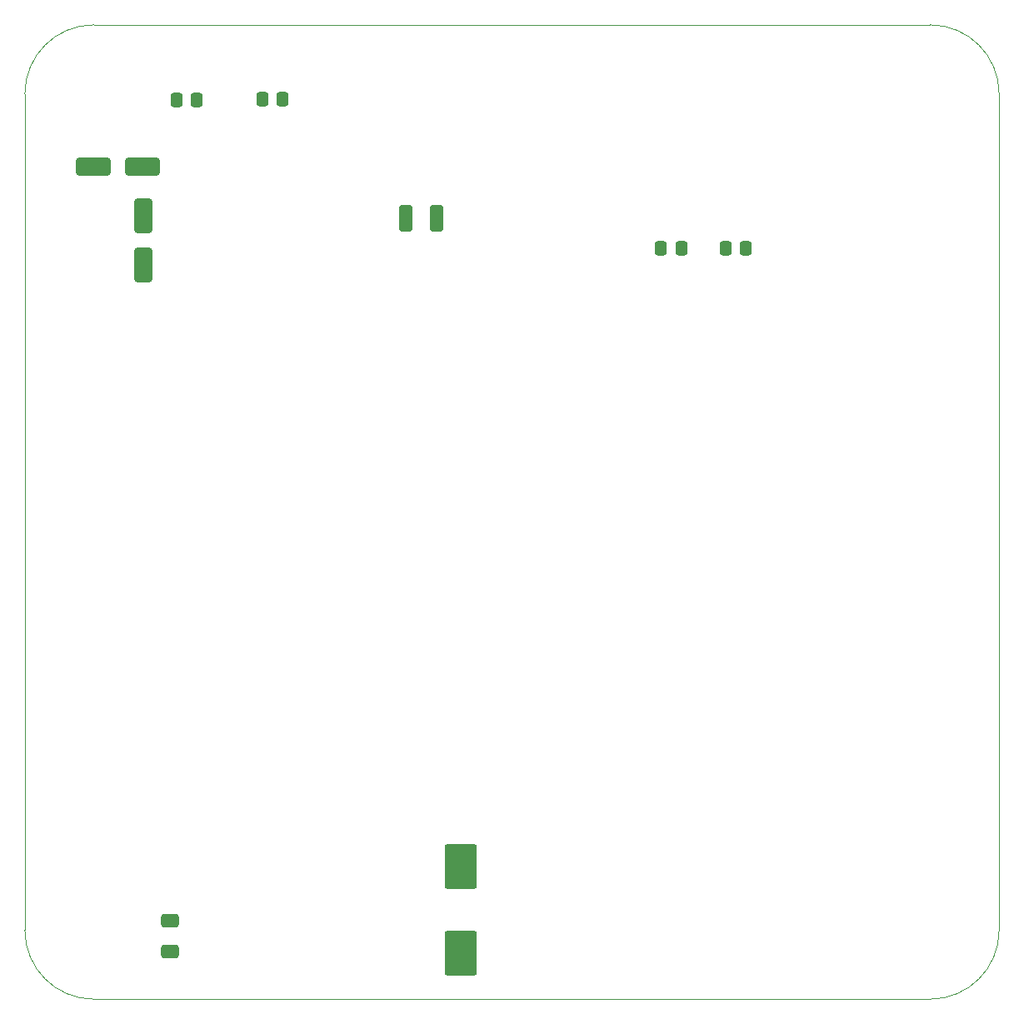
<source format=gbp>
G04 #@! TF.GenerationSoftware,KiCad,Pcbnew,7.0.7+dfsg-1*
G04 #@! TF.CreationDate,2024-09-08T18:38:53+02:00*
G04 #@! TF.ProjectId,evo-cube-pulseboard,65766f2d-6375-4626-952d-70756c736562,rev?*
G04 #@! TF.SameCoordinates,Original*
G04 #@! TF.FileFunction,Paste,Bot*
G04 #@! TF.FilePolarity,Positive*
%FSLAX46Y46*%
G04 Gerber Fmt 4.6, Leading zero omitted, Abs format (unit mm)*
G04 Created by KiCad (PCBNEW 7.0.7+dfsg-1) date 2024-09-08 18:38:53*
%MOMM*%
%LPD*%
G01*
G04 APERTURE LIST*
G04 Aperture macros list*
%AMRoundRect*
0 Rectangle with rounded corners*
0 $1 Rounding radius*
0 $2 $3 $4 $5 $6 $7 $8 $9 X,Y pos of 4 corners*
0 Add a 4 corners polygon primitive as box body*
4,1,4,$2,$3,$4,$5,$6,$7,$8,$9,$2,$3,0*
0 Add four circle primitives for the rounded corners*
1,1,$1+$1,$2,$3*
1,1,$1+$1,$4,$5*
1,1,$1+$1,$6,$7*
1,1,$1+$1,$8,$9*
0 Add four rect primitives between the rounded corners*
20,1,$1+$1,$2,$3,$4,$5,0*
20,1,$1+$1,$4,$5,$6,$7,0*
20,1,$1+$1,$6,$7,$8,$9,0*
20,1,$1+$1,$8,$9,$2,$3,0*%
G04 Aperture macros list end*
%ADD10RoundRect,0.250000X1.400000X2.000000X-1.400000X2.000000X-1.400000X-2.000000X1.400000X-2.000000X0*%
%ADD11RoundRect,0.250000X0.337500X0.475000X-0.337500X0.475000X-0.337500X-0.475000X0.337500X-0.475000X0*%
%ADD12RoundRect,0.250000X-0.412500X-1.100000X0.412500X-1.100000X0.412500X1.100000X-0.412500X1.100000X0*%
%ADD13RoundRect,0.250000X-0.650000X0.412500X-0.650000X-0.412500X0.650000X-0.412500X0.650000X0.412500X0*%
%ADD14RoundRect,0.250000X-0.650000X1.500000X-0.650000X-1.500000X0.650000X-1.500000X0.650000X1.500000X0*%
%ADD15RoundRect,0.250000X1.500000X0.650000X-1.500000X0.650000X-1.500000X-0.650000X1.500000X-0.650000X0*%
%ADD16RoundRect,0.250000X-0.337500X-0.475000X0.337500X-0.475000X0.337500X0.475000X-0.337500X0.475000X0*%
G04 #@! TA.AperFunction,Profile*
%ADD17C,0.100000*%
G04 #@! TD*
G04 APERTURE END LIST*
D10*
X66878200Y-110540800D03*
X66878200Y-119340800D03*
D11*
X95885000Y-47744000D03*
X93810000Y-47744000D03*
D12*
X61290200Y-44653200D03*
X64415200Y-44653200D03*
D13*
X37363400Y-116027200D03*
X37363400Y-119152200D03*
D14*
X34594800Y-44424600D03*
X34594800Y-49424600D03*
D11*
X40055800Y-32613600D03*
X37980800Y-32613600D03*
D15*
X34554800Y-39395400D03*
X29554800Y-39395400D03*
D16*
X46714500Y-32562800D03*
X48789500Y-32562800D03*
D11*
X89327900Y-47744000D03*
X87252900Y-47744000D03*
D17*
X121600000Y-67056000D02*
X121600000Y-117000000D01*
X22600000Y-117000000D02*
X22600000Y-32000000D01*
X29600000Y-25000000D02*
G75*
G03*
X22600000Y-32000000I0J-7000000D01*
G01*
X114600000Y-124000000D02*
G75*
G03*
X121600000Y-117000000I0J7000000D01*
G01*
X29600000Y-25000000D02*
X114600000Y-25000000D01*
X121600000Y-32000000D02*
X121600000Y-67056000D01*
X121600000Y-32000000D02*
G75*
G03*
X114600000Y-25000000I-7000000J0D01*
G01*
X22600000Y-117000000D02*
G75*
G03*
X29600000Y-124000000I7000000J0D01*
G01*
X114600000Y-124000000D02*
X29600000Y-124000000D01*
M02*

</source>
